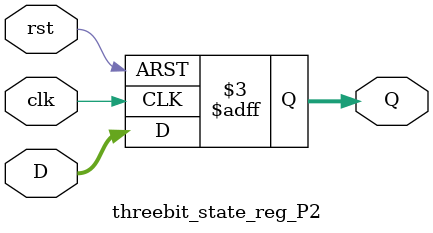
<source format=v>
module threebit_state_reg_P2(D,clk,rst,Q);

input[2:0] D;
input clk, rst;
output reg [2:0] Q;

always @(posedge clk or posedge rst) begin

	if (rst == 1'b1)
		Q <= 3'b000;
	else 
		Q <= D;
	end
	
endmodule
</source>
